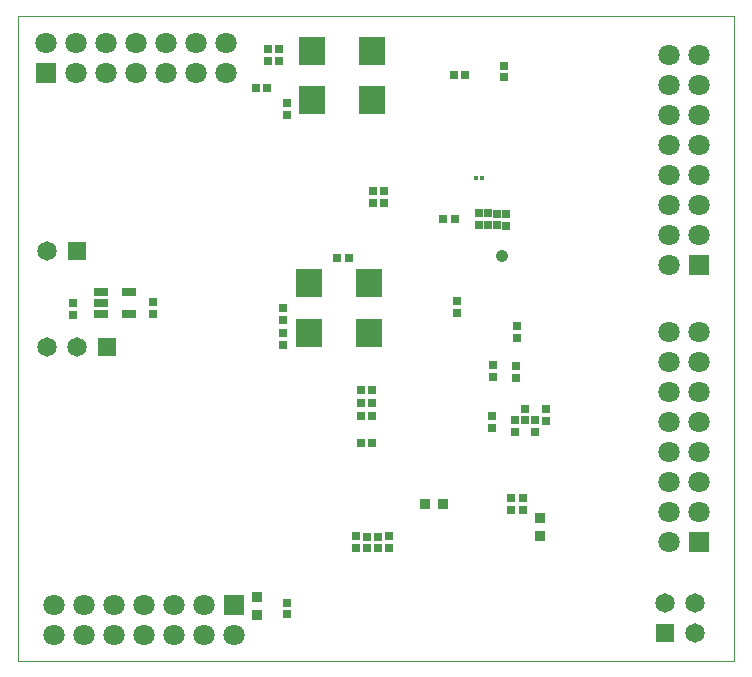
<source format=gbs>
G04*
G04 #@! TF.GenerationSoftware,Altium Limited,Altium NEXUS,3.1.12 (69)*
G04*
G04 Layer_Color=16711935*
%FSLAX25Y25*%
%MOIN*%
G70*
G04*
G04 #@! TF.SameCoordinates,C12BC461-16F2-471F-B13C-3D38B02939EA*
G04*
G04*
G04 #@! TF.FilePolarity,Negative*
G04*
G01*
G75*
%ADD16C,0.00000*%
%ADD33R,0.03732X0.03732*%
%ADD34R,0.02551X0.02551*%
%ADD35R,0.02551X0.02551*%
%ADD39R,0.03732X0.03732*%
%ADD47C,0.06488*%
%ADD48R,0.06488X0.06488*%
%ADD49C,0.07079*%
%ADD50R,0.07079X0.07079*%
%ADD51R,0.07079X0.07079*%
%ADD52C,0.04126*%
%ADD86R,0.01685X0.01764*%
%ADD87R,0.08661X0.09449*%
%ADD88R,0.04717X0.02945*%
D16*
X-12Y-2D02*
Y214839D01*
Y-2D02*
X238718D01*
Y214839D01*
X-12D02*
X238718D01*
D33*
X141716Y52158D02*
D03*
X135810D02*
D03*
D34*
X145205Y195363D02*
D03*
X149142D02*
D03*
X79202Y190945D02*
D03*
X83139D02*
D03*
X141714Y147404D02*
D03*
X145651D02*
D03*
X106315Y134250D02*
D03*
X110252D02*
D03*
X118177Y90421D02*
D03*
X114240D02*
D03*
X118177Y85839D02*
D03*
X114240D02*
D03*
X114241Y81585D02*
D03*
X118178D02*
D03*
Y72558D02*
D03*
X114241D02*
D03*
D35*
X116218Y37499D02*
D03*
Y41436D02*
D03*
X119875Y37499D02*
D03*
Y41436D02*
D03*
X123523Y37533D02*
D03*
Y41470D02*
D03*
X112583Y37533D02*
D03*
Y41470D02*
D03*
X153567Y145196D02*
D03*
Y149133D02*
D03*
X156601Y145204D02*
D03*
Y149141D02*
D03*
X159678Y145169D02*
D03*
Y149106D02*
D03*
X162842Y145022D02*
D03*
Y148959D02*
D03*
X162120Y198431D02*
D03*
Y194494D02*
D03*
X89609Y185914D02*
D03*
Y181977D02*
D03*
X83395Y203918D02*
D03*
Y199981D02*
D03*
X86876Y199956D02*
D03*
Y203893D02*
D03*
X122026Y156465D02*
D03*
Y152528D02*
D03*
X118465Y152585D02*
D03*
Y156522D02*
D03*
X45175Y119472D02*
D03*
Y115535D02*
D03*
X18233Y119377D02*
D03*
Y115440D02*
D03*
X89838Y15502D02*
D03*
Y19439D02*
D03*
X146212Y115892D02*
D03*
Y119829D02*
D03*
X175885Y84034D02*
D03*
Y80097D02*
D03*
X164516Y50421D02*
D03*
Y54358D02*
D03*
X165792Y80216D02*
D03*
Y76279D02*
D03*
X172468Y80216D02*
D03*
Y76279D02*
D03*
X168286Y50391D02*
D03*
Y54328D02*
D03*
X169105Y84107D02*
D03*
Y80170D02*
D03*
X165961Y98378D02*
D03*
Y94441D02*
D03*
X166362Y111665D02*
D03*
Y107728D02*
D03*
X158191Y98600D02*
D03*
Y94663D02*
D03*
X158040Y77692D02*
D03*
Y81629D02*
D03*
X88456Y117516D02*
D03*
Y113579D02*
D03*
Y109344D02*
D03*
Y105407D02*
D03*
D39*
X173912Y47490D02*
D03*
Y41584D02*
D03*
X79617Y15290D02*
D03*
Y21196D02*
D03*
D47*
X225598Y19188D02*
D03*
Y9188D02*
D03*
X215598Y19188D02*
D03*
X19561Y104604D02*
D03*
X9561D02*
D03*
X9792Y136658D02*
D03*
D48*
X215598Y9188D02*
D03*
X29561Y104604D02*
D03*
X19792Y136658D02*
D03*
D49*
X39360Y205952D02*
D03*
Y195952D02*
D03*
X29360Y205952D02*
D03*
Y195952D02*
D03*
X9360Y205952D02*
D03*
X19360Y195952D02*
D03*
Y205952D02*
D03*
X49360Y195952D02*
D03*
Y205952D02*
D03*
X59360Y195952D02*
D03*
X69360D02*
D03*
X59360Y205952D02*
D03*
X69360D02*
D03*
X216871Y181990D02*
D03*
X226871D02*
D03*
X216871Y171990D02*
D03*
X226871D02*
D03*
X216871Y141990D02*
D03*
X226871D02*
D03*
X216871Y131990D02*
D03*
X226871Y151990D02*
D03*
X216871D02*
D03*
X226871Y161990D02*
D03*
X216871D02*
D03*
X226871Y191990D02*
D03*
Y201990D02*
D03*
X216871Y191990D02*
D03*
Y201990D02*
D03*
X217066Y89635D02*
D03*
X227066D02*
D03*
X217066Y79635D02*
D03*
X227066D02*
D03*
X217066Y49635D02*
D03*
X227066D02*
D03*
X217066Y39635D02*
D03*
X227066Y59635D02*
D03*
X217066D02*
D03*
X227066Y69635D02*
D03*
X217066D02*
D03*
X227066Y99635D02*
D03*
Y109635D02*
D03*
X217066Y99635D02*
D03*
Y109635D02*
D03*
X41991Y8576D02*
D03*
Y18576D02*
D03*
X51991Y8576D02*
D03*
Y18576D02*
D03*
X71991Y8576D02*
D03*
X61991Y18576D02*
D03*
Y8576D02*
D03*
X31991Y18576D02*
D03*
Y8576D02*
D03*
X21991Y18576D02*
D03*
X11991D02*
D03*
X21991Y8576D02*
D03*
X11991D02*
D03*
D50*
X9360Y195952D02*
D03*
X71991Y18576D02*
D03*
D51*
X226871Y131990D02*
D03*
X227066Y39635D02*
D03*
D52*
X161342Y135106D02*
D03*
D86*
X154530Y161081D02*
D03*
X152680D02*
D03*
D87*
X117964Y186814D02*
D03*
X97964D02*
D03*
X117964Y203414D02*
D03*
X97964Y203349D02*
D03*
X116891Y109291D02*
D03*
X96891D02*
D03*
X116891Y125891D02*
D03*
X96891Y125827D02*
D03*
D88*
X37104Y115487D02*
D03*
Y122967D02*
D03*
X27655D02*
D03*
Y119227D02*
D03*
Y115487D02*
D03*
M02*

</source>
